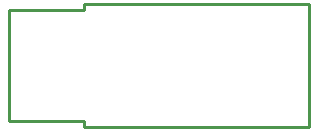
<source format=gm1>
G04 #@! TF.FileFunction,Profile,NP*
%FSLAX46Y46*%
G04 Gerber Fmt 4.6, Leading zero omitted, Abs format (unit mm)*
G04 Created by KiCad (PCBNEW 0.201511011201+6288~30~ubuntu15.10.1-product) date Wed Nov  4 22:56:01 2015*
%MOMM*%
G01*
G04 APERTURE LIST*
%ADD10C,0.150000*%
%ADD11C,0.254000*%
G04 APERTURE END LIST*
D10*
D11*
X31750000Y-25908000D02*
X31750000Y-25400000D01*
X25400000Y-25908000D02*
X31750000Y-25908000D01*
X31750000Y-35306000D02*
X31750000Y-35814000D01*
X25400000Y-35306000D02*
X31750000Y-35306000D01*
X25400000Y-35306000D02*
X25400000Y-25908000D01*
X50800000Y-35814000D02*
X31750000Y-35814000D01*
X50800000Y-25400000D02*
X50800000Y-35814000D01*
X31750000Y-25400000D02*
X50800000Y-25400000D01*
M02*

</source>
